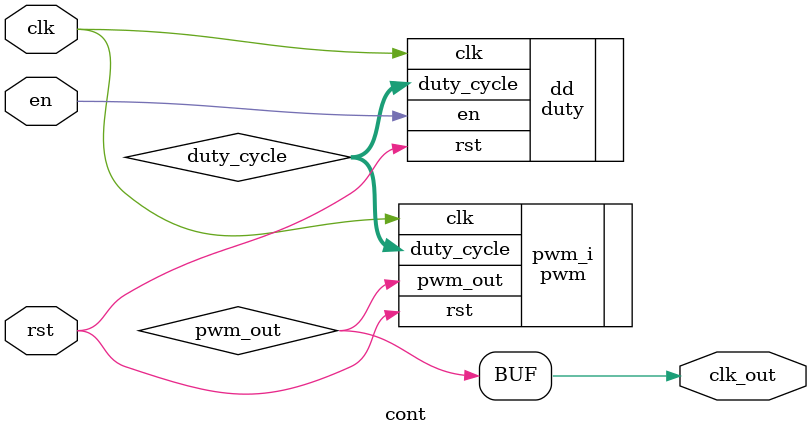
<source format=v>
`include "duty.v"
`include "pwm.v"
module cont(
output clk_out,
input clk,
input rst,
input en);

wire [3:0]duty_cycle;
wire pwm_out;

duty dd(.clk(clk),
.rst(rst),
.en(en),
.duty_cycle(duty_cycle));

pwm pwm_i(.clk(clk),
.rst(rst),
.duty_cycle(duty_cycle),
.pwm_out(pwm_out));

assign clk_out = pwm_out;

endmodule

</source>
